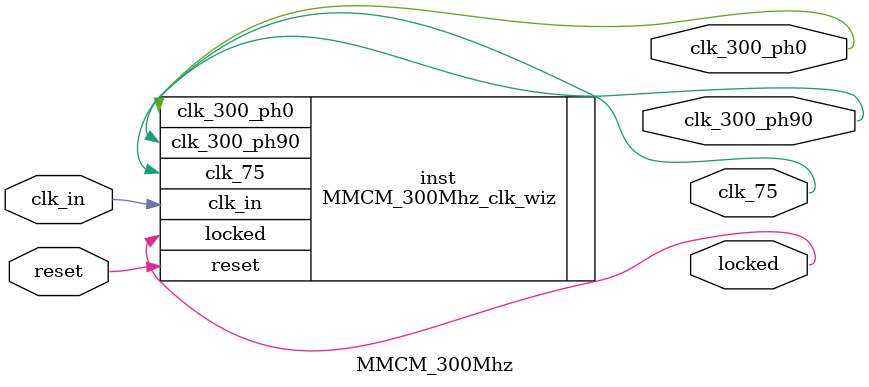
<source format=v>


`timescale 1ps/1ps

(* CORE_GENERATION_INFO = "MMCM_300Mhz,clk_wiz_v6_0_3_0_0,{component_name=MMCM_300Mhz,use_phase_alignment=true,use_min_o_jitter=false,use_max_i_jitter=false,use_dyn_phase_shift=false,use_inclk_switchover=false,use_dyn_reconfig=false,enable_axi=0,feedback_source=FDBK_AUTO,PRIMITIVE=MMCM,num_out_clk=3,clkin1_period=10.000,clkin2_period=10.000,use_power_down=false,use_reset=true,use_locked=true,use_inclk_stopped=false,feedback_type=SINGLE,CLOCK_MGR_TYPE=NA,manual_override=false}" *)

module MMCM_300Mhz 
 (
  // Clock out ports
  output        clk_300_ph0,
  output        clk_300_ph90,
  output        clk_75,
  // Status and control signals
  input         reset,
  output        locked,
 // Clock in ports
  input         clk_in
 );

  MMCM_300Mhz_clk_wiz inst
  (
  // Clock out ports  
  .clk_300_ph0(clk_300_ph0),
  .clk_300_ph90(clk_300_ph90),
  .clk_75(clk_75),
  // Status and control signals               
  .reset(reset), 
  .locked(locked),
 // Clock in ports
  .clk_in(clk_in)
  );

endmodule

</source>
